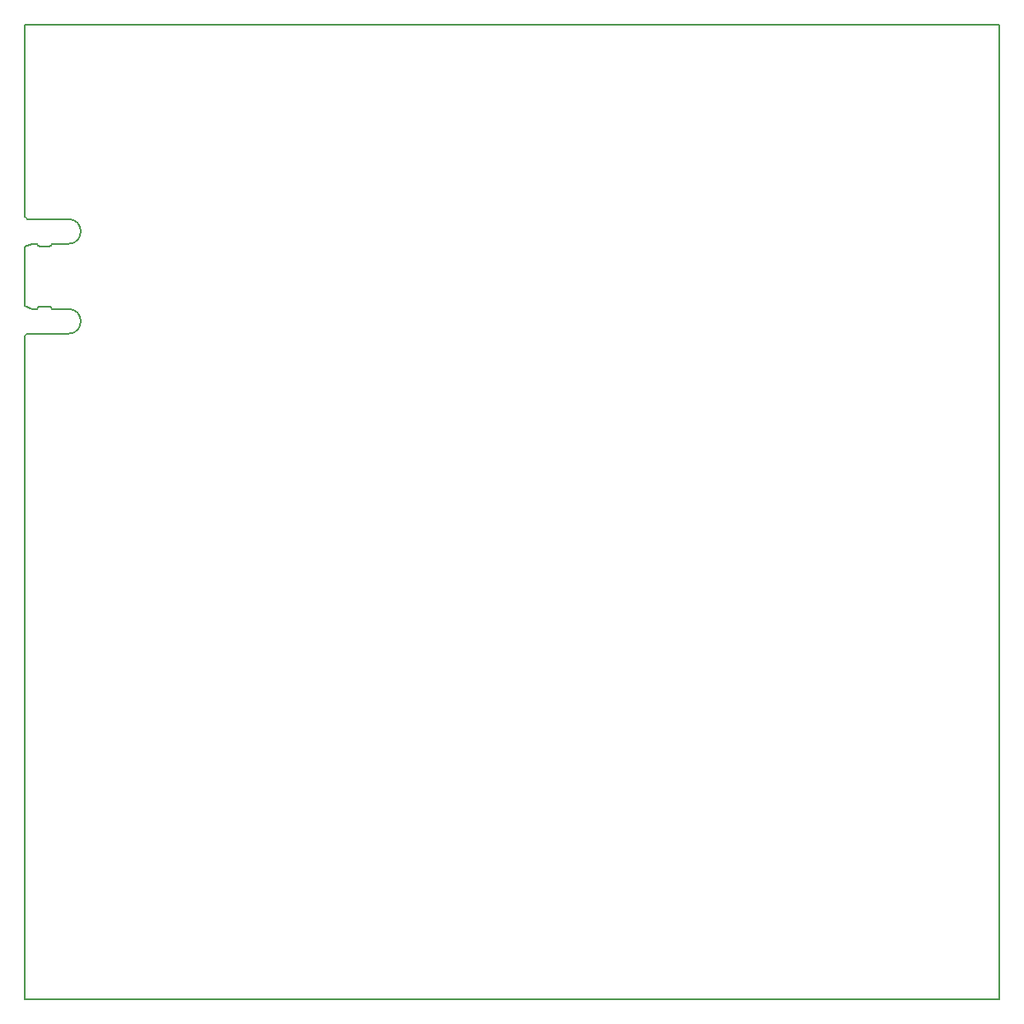
<source format=gbr>
G04 DipTrace 4.2.0.0*
G04 Board Outline.gbr*
%MOMM*%
G04 #@! TF.FileFunction,Profile*
G04 #@! TF.Part,Single*
%ADD12C,0.14*%
%FSLAX35Y35*%
G04*
G71*
G90*
G75*
G01*
G04 BoardOutline*
%LPD*%
X1000000Y1000000D2*
D12*
Y7811500D1*
G02X1020000Y7831500I19996J4D01*
G01*
X1445000D1*
G03X1445000Y8085500I0J127000D01*
G01*
X1275000D1*
G03X1250000Y8110500I-25003J-3D01*
G01*
X1150000D1*
G03X1125000Y8085500I3J-25003D01*
G01*
X1075000D1*
X1000000Y8115500D1*
Y8724500D1*
X1075000Y8754500D1*
X1125000D1*
G03X1150000Y8729500I25003J3D01*
G01*
X1250000D1*
G03X1275000Y8754500I-3J25003D01*
G01*
X1445000D1*
G03X1445000Y9008500I0J127000D01*
G01*
X1020000D1*
G02X1000000Y9028500I-4J19996D01*
G01*
Y11000000D1*
X11000000D1*
Y1000000D1*
X1000000D1*
M02*

</source>
